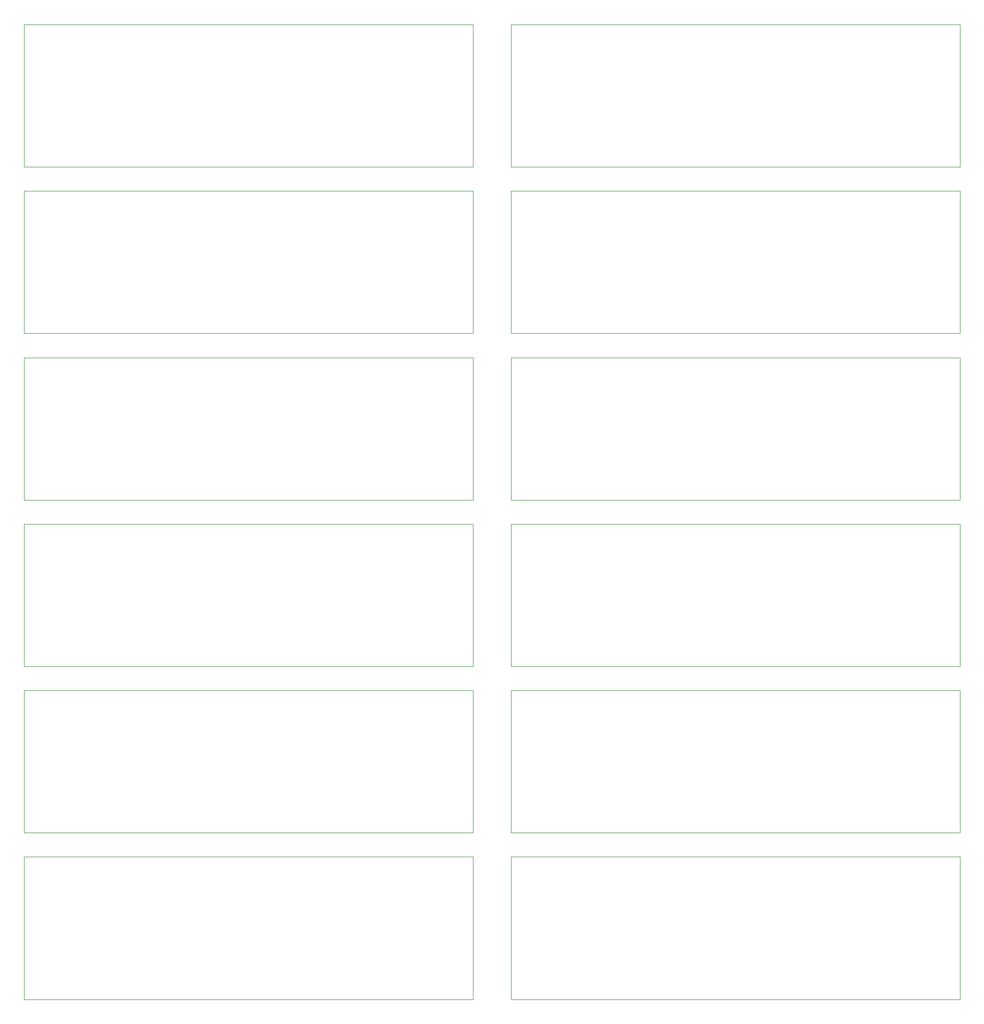
<source format=gbo>
G04 #@! TF.GenerationSoftware,KiCad,Pcbnew,8.0.5*
G04 #@! TF.CreationDate,2025-12-20T20:43:01-08:00*
G04 #@! TF.ProjectId,URBAN_CELL_BOARD,55524241-4e5f-4434-954c-4c5f424f4152,rev?*
G04 #@! TF.SameCoordinates,Original*
G04 #@! TF.FileFunction,Legend,Bot*
G04 #@! TF.FilePolarity,Positive*
%FSLAX46Y46*%
G04 Gerber Fmt 4.6, Leading zero omitted, Abs format (unit mm)*
G04 Created by KiCad (PCBNEW 8.0.5) date 2025-12-20 20:43:01*
%MOMM*%
%LPD*%
G01*
G04 APERTURE LIST*
G04 Aperture macros list*
%AMRoundRect*
0 Rectangle with rounded corners*
0 $1 Rounding radius*
0 $2 $3 $4 $5 $6 $7 $8 $9 X,Y pos of 4 corners*
0 Add a 4 corners polygon primitive as box body*
4,1,4,$2,$3,$4,$5,$6,$7,$8,$9,$2,$3,0*
0 Add four circle primitives for the rounded corners*
1,1,$1+$1,$2,$3*
1,1,$1+$1,$4,$5*
1,1,$1+$1,$6,$7*
1,1,$1+$1,$8,$9*
0 Add four rect primitives between the rounded corners*
20,1,$1+$1,$2,$3,$4,$5,0*
20,1,$1+$1,$4,$5,$6,$7,0*
20,1,$1+$1,$6,$7,$8,$9,0*
20,1,$1+$1,$8,$9,$2,$3,0*%
G04 Aperture macros list end*
%ADD10C,0.120000*%
%ADD11C,9.000000*%
%ADD12R,15.000000X14.000000*%
%ADD13C,2.154000*%
%ADD14C,3.000000*%
%ADD15RoundRect,0.250001X1.099999X1.599999X-1.099999X1.599999X-1.099999X-1.599999X1.099999X-1.599999X0*%
%ADD16O,2.700000X3.700000*%
%ADD17C,7.500000*%
%ADD18C,5.500000*%
%ADD19C,1.200000*%
G04 APERTURE END LIST*
G04 #@! TO.C,BT6*
D10*
X161079000Y-111780000D02*
X85079000Y-111780000D01*
X85079000Y-87722000D01*
X161079000Y-87722000D01*
X161079000Y-111780000D01*
G04 #@! TO.C,BT7*
X243479000Y-111780000D02*
X167479000Y-111780000D01*
X167479000Y-87722000D01*
X243479000Y-87722000D01*
X243479000Y-111780000D01*
G04 #@! TO.C,BT5*
X161079000Y-139914000D02*
X85079000Y-139914000D01*
X85079000Y-115856000D01*
X161079000Y-115856000D01*
X161079000Y-139914000D01*
G04 #@! TO.C,BT9*
X243479000Y-168048000D02*
X167479000Y-168048000D01*
X167479000Y-143990000D01*
X243479000Y-143990000D01*
X243479000Y-168048000D01*
G04 #@! TO.C,BT3*
X161079000Y-196182000D02*
X85079000Y-196182000D01*
X85079000Y-172124000D01*
X161079000Y-172124000D01*
X161079000Y-196182000D01*
G04 #@! TO.C,BT10*
X243479000Y-196182000D02*
X167479000Y-196182000D01*
X167479000Y-172124000D01*
X243479000Y-172124000D01*
X243479000Y-196182000D01*
G04 #@! TO.C,BT4*
X161079000Y-168048000D02*
X85079000Y-168048000D01*
X85079000Y-143990000D01*
X161079000Y-143990000D01*
X161079000Y-168048000D01*
G04 #@! TO.C,BT11*
X243479000Y-224316000D02*
X167479000Y-224316000D01*
X167479000Y-200258000D01*
X243479000Y-200258000D01*
X243479000Y-224316000D01*
G04 #@! TO.C,BT1*
X161079000Y-252450000D02*
X85079000Y-252450000D01*
X85079000Y-228392000D01*
X161079000Y-228392000D01*
X161079000Y-252450000D01*
G04 #@! TO.C,BT12*
X243479000Y-252450000D02*
X167479000Y-252450000D01*
X167479000Y-228392000D01*
X243479000Y-228392000D01*
X243479000Y-252450000D01*
G04 #@! TO.C,BT2*
X161079000Y-224316000D02*
X85079000Y-224316000D01*
X85079000Y-200258000D01*
X161079000Y-200258000D01*
X161079000Y-224316000D01*
G04 #@! TO.C,BT8*
X243479000Y-139914000D02*
X167479000Y-139914000D01*
X167479000Y-115856000D01*
X243479000Y-115856000D01*
X243479000Y-139914000D01*
G04 #@! TD*
%LPC*%
D11*
G04 #@! TO.C,BT6*
X148629000Y-99751000D03*
D12*
X148629000Y-99751000D03*
D11*
X97529000Y-99751000D03*
D12*
X97529000Y-99751000D03*
G04 #@! TD*
D11*
G04 #@! TO.C,BT7*
X231029000Y-99751000D03*
D12*
X231029000Y-99751000D03*
D11*
X179929000Y-99751000D03*
D12*
X179929000Y-99751000D03*
G04 #@! TD*
D13*
G04 #@! TO.C,J4*
X119945000Y-267787500D03*
X119945000Y-275987500D03*
G04 #@! TD*
D11*
G04 #@! TO.C,BT5*
X148629000Y-127885000D03*
D12*
X148629000Y-127885000D03*
D11*
X97529000Y-127885000D03*
D12*
X97529000Y-127885000D03*
G04 #@! TD*
D11*
G04 #@! TO.C,BT9*
X231029000Y-156019000D03*
D12*
X231029000Y-156019000D03*
D11*
X179929000Y-156019000D03*
D12*
X179929000Y-156019000D03*
G04 #@! TD*
D13*
G04 #@! TO.C,J5*
X189675000Y-267875000D03*
X189675000Y-276075000D03*
G04 #@! TD*
D14*
G04 #@! TO.C,J1*
X238760000Y-278445000D03*
X205160000Y-278445000D03*
D15*
X238760000Y-271145000D03*
D16*
X234560000Y-271145000D03*
X230360000Y-271145000D03*
X226160000Y-271145000D03*
X221960000Y-271145000D03*
X217760000Y-271145000D03*
X213560000Y-271145000D03*
X209360000Y-271145000D03*
X205160000Y-271145000D03*
X238760000Y-265645000D03*
X234560000Y-265645000D03*
X230360000Y-265645000D03*
X226160000Y-265645000D03*
X221960000Y-265645000D03*
X217760000Y-265645000D03*
X213560000Y-265645000D03*
X209360000Y-265645000D03*
X205160000Y-265645000D03*
G04 #@! TD*
D11*
G04 #@! TO.C,BT3*
X148629000Y-184153000D03*
D12*
X148629000Y-184153000D03*
D11*
X97529000Y-184153000D03*
D12*
X97529000Y-184153000D03*
G04 #@! TD*
D11*
G04 #@! TO.C,BT10*
X231029000Y-184153000D03*
D12*
X231029000Y-184153000D03*
D11*
X179929000Y-184153000D03*
D12*
X179929000Y-184153000D03*
G04 #@! TD*
D11*
G04 #@! TO.C,BT4*
X148629000Y-156019000D03*
D12*
X148629000Y-156019000D03*
D11*
X97529000Y-156019000D03*
D12*
X97529000Y-156019000D03*
G04 #@! TD*
D11*
G04 #@! TO.C,BT11*
X231029000Y-212287000D03*
D12*
X231029000Y-212287000D03*
D11*
X179929000Y-212287000D03*
D12*
X179929000Y-212287000D03*
G04 #@! TD*
D17*
G04 #@! TO.C,H2*
X245294517Y-257095442D03*
G04 #@! TD*
D18*
G04 #@! TO.C,J2*
X135710000Y-272150000D03*
D19*
X131710000Y-268150000D03*
X131710000Y-270150000D03*
X131710000Y-272150000D03*
X131710000Y-274150000D03*
X131710000Y-276150000D03*
X133710000Y-268150000D03*
X133710000Y-276150000D03*
X135710001Y-268150000D03*
X135710001Y-276150000D03*
X137710000Y-268150000D03*
X137710000Y-276150000D03*
X139710000Y-268150000D03*
X139710000Y-270150000D03*
X139710000Y-272150000D03*
X139710000Y-274150000D03*
X139710000Y-276150000D03*
G04 #@! TD*
D11*
G04 #@! TO.C,BT1*
X148629000Y-240421000D03*
D12*
X148629000Y-240421000D03*
D11*
X97529000Y-240421000D03*
D12*
X97529000Y-240421000D03*
G04 #@! TD*
D18*
G04 #@! TO.C,J3*
X174720000Y-272080000D03*
D19*
X170720000Y-268080000D03*
X170720000Y-270080000D03*
X170720000Y-272080000D03*
X170720000Y-274080000D03*
X170720000Y-276080000D03*
X172720000Y-268080000D03*
X172720000Y-276080000D03*
X174720001Y-268080000D03*
X174720001Y-276080000D03*
X176720000Y-268080000D03*
X176720000Y-276080000D03*
X178720000Y-268080000D03*
X178720000Y-270080000D03*
X178720000Y-272080000D03*
X178720000Y-274080000D03*
X178720000Y-276080000D03*
G04 #@! TD*
D11*
G04 #@! TO.C,BT12*
X231029000Y-240421000D03*
D12*
X231029000Y-240421000D03*
D11*
X179929000Y-240421000D03*
D12*
X179929000Y-240421000D03*
G04 #@! TD*
D17*
G04 #@! TO.C,H1*
X84469848Y-257548072D03*
G04 #@! TD*
D11*
G04 #@! TO.C,BT2*
X148629000Y-212287000D03*
D12*
X148629000Y-212287000D03*
D11*
X97529000Y-212287000D03*
D12*
X97529000Y-212287000D03*
G04 #@! TD*
D11*
G04 #@! TO.C,BT8*
X231029000Y-127885000D03*
D12*
X231029000Y-127885000D03*
D11*
X179929000Y-127885000D03*
D12*
X179929000Y-127885000D03*
G04 #@! TD*
%LPD*%
M02*

</source>
